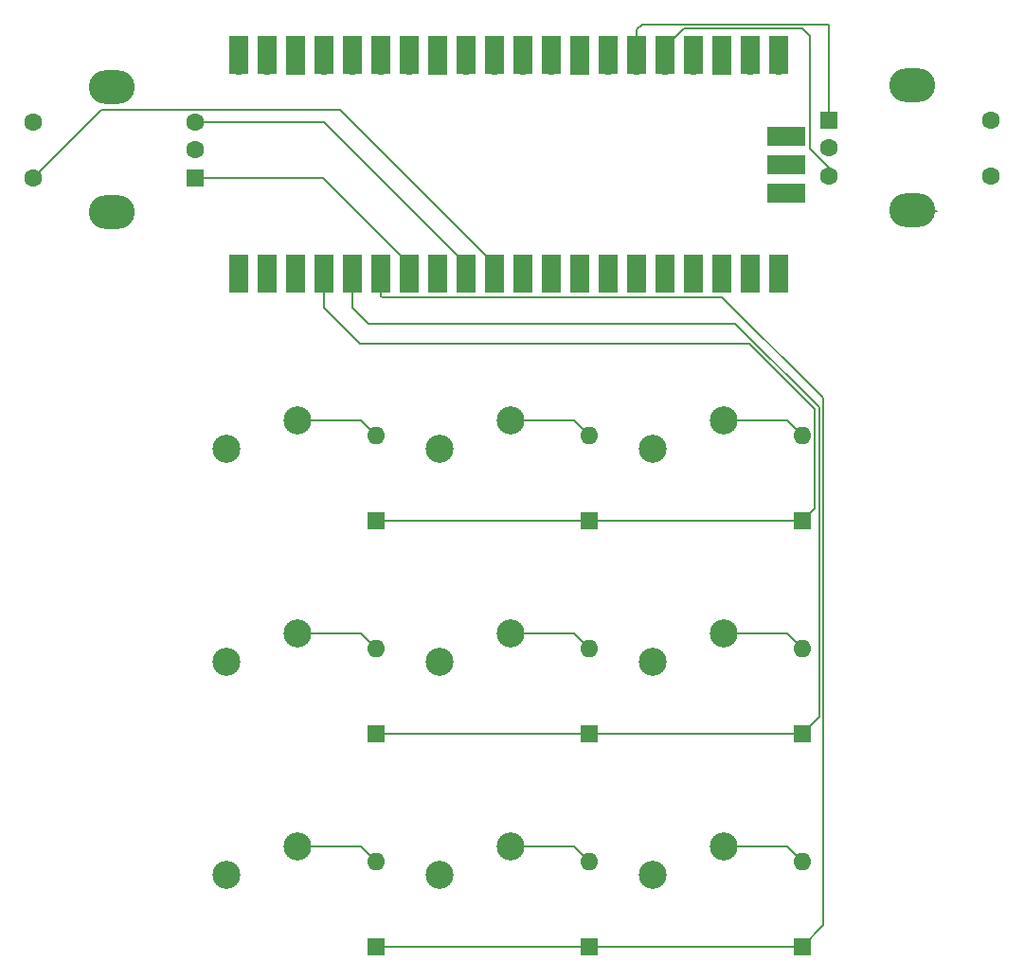
<source format=gbr>
%TF.GenerationSoftware,KiCad,Pcbnew,8.0.5*%
%TF.CreationDate,2024-11-06T13:26:22-05:00*%
%TF.ProjectId,MacroPad,4d616372-6f50-4616-942e-6b696361645f,rev?*%
%TF.SameCoordinates,Original*%
%TF.FileFunction,Copper,L1,Top*%
%TF.FilePolarity,Positive*%
%FSLAX46Y46*%
G04 Gerber Fmt 4.6, Leading zero omitted, Abs format (unit mm)*
G04 Created by KiCad (PCBNEW 8.0.5) date 2024-11-06 13:26:22*
%MOMM*%
%LPD*%
G01*
G04 APERTURE LIST*
G04 Aperture macros list*
%AMRoundRect*
0 Rectangle with rounded corners*
0 $1 Rounding radius*
0 $2 $3 $4 $5 $6 $7 $8 $9 X,Y pos of 4 corners*
0 Add a 4 corners polygon primitive as box body*
4,1,4,$2,$3,$4,$5,$6,$7,$8,$9,$2,$3,0*
0 Add four circle primitives for the rounded corners*
1,1,$1+$1,$2,$3*
1,1,$1+$1,$4,$5*
1,1,$1+$1,$6,$7*
1,1,$1+$1,$8,$9*
0 Add four rect primitives between the rounded corners*
20,1,$1+$1,$2,$3,$4,$5,0*
20,1,$1+$1,$4,$5,$6,$7,0*
20,1,$1+$1,$6,$7,$8,$9,0*
20,1,$1+$1,$8,$9,$2,$3,0*%
G04 Aperture macros list end*
%TA.AperFunction,ComponentPad*%
%ADD10C,2.500000*%
%TD*%
%TA.AperFunction,ComponentPad*%
%ADD11RoundRect,0.250000X0.550000X0.550000X-0.550000X0.550000X-0.550000X-0.550000X0.550000X-0.550000X0*%
%TD*%
%TA.AperFunction,ComponentPad*%
%ADD12C,1.600000*%
%TD*%
%TA.AperFunction,ComponentPad*%
%ADD13O,4.100000X3.000000*%
%TD*%
%TA.AperFunction,ComponentPad*%
%ADD14O,1.700000X1.700000*%
%TD*%
%TA.AperFunction,SMDPad,CuDef*%
%ADD15R,1.700000X3.500000*%
%TD*%
%TA.AperFunction,ComponentPad*%
%ADD16R,1.700000X1.700000*%
%TD*%
%TA.AperFunction,SMDPad,CuDef*%
%ADD17R,3.500000X1.700000*%
%TD*%
%TA.AperFunction,ComponentPad*%
%ADD18RoundRect,0.250000X-0.550000X-0.550000X0.550000X-0.550000X0.550000X0.550000X-0.550000X0.550000X0*%
%TD*%
%TA.AperFunction,ComponentPad*%
%ADD19R,1.600000X1.600000*%
%TD*%
%TA.AperFunction,ComponentPad*%
%ADD20O,1.600000X1.600000*%
%TD*%
%TA.AperFunction,Conductor*%
%ADD21C,0.200000*%
%TD*%
G04 APERTURE END LIST*
D10*
%TO.P,S7,1,1*%
%TO.N,Column 0*%
X109385000Y-109985000D03*
%TO.P,S7,2,2*%
%TO.N,Net-(D7-A)*%
X115735000Y-107445000D03*
%TD*%
%TO.P,S1,1,1*%
%TO.N,Column 0*%
X109385000Y-71885000D03*
%TO.P,S1,2,2*%
%TO.N,Net-(D1-A)*%
X115735000Y-69345000D03*
%TD*%
%TO.P,S6,1,1*%
%TO.N,Column 2*%
X147485000Y-90935000D03*
%TO.P,S6,2,2*%
%TO.N,Net-(D6-A)*%
X153835000Y-88395000D03*
%TD*%
%TO.P,S5,1,1*%
%TO.N,Column 1*%
X128435000Y-90935000D03*
%TO.P,S5,2,2*%
%TO.N,Net-(D5-A)*%
X134785000Y-88395000D03*
%TD*%
%TO.P,S2,1,1*%
%TO.N,Column 1*%
X128435000Y-71885000D03*
%TO.P,S2,2,2*%
%TO.N,Net-(D2-A)*%
X134785000Y-69345000D03*
%TD*%
D11*
%TO.P,SW2,A,A*%
%TO.N,Encoder_Left_1*%
X106601250Y-47656250D03*
D12*
%TO.P,SW2,B,B*%
%TO.N,Encoder_Left_2*%
X106601250Y-42656250D03*
%TO.P,SW2,C,C*%
%TO.N,GND*%
X106601250Y-45156250D03*
%TO.P,SW2,S1,S1*%
%TO.N,Encoder_Left_3*%
X92101250Y-47656250D03*
%TO.P,SW2,S2,S2*%
%TO.N,GND*%
X92101250Y-42656250D03*
D13*
%TO.P,SW2,SH*%
%TO.N,N/C*%
X99101250Y-50756250D03*
X99101250Y-39556250D03*
%TD*%
D10*
%TO.P,S9,1,1*%
%TO.N,Column 2*%
X147485000Y-109985000D03*
%TO.P,S9,2,2*%
%TO.N,Net-(D9-A)*%
X153835000Y-107445000D03*
%TD*%
%TO.P,S4,1,1*%
%TO.N,Column 0*%
X109385000Y-90935000D03*
%TO.P,S4,2,2*%
%TO.N,Net-(D4-A)*%
X115735000Y-88395000D03*
%TD*%
D14*
%TO.P,U1,1,GPIO0*%
%TO.N,Column 0*%
X110496250Y-55375000D03*
D15*
X110496250Y-56275000D03*
D14*
%TO.P,U1,2,GPIO1*%
%TO.N,Column 1*%
X113036250Y-55375000D03*
D15*
X113036250Y-56275000D03*
D16*
%TO.P,U1,3,GND*%
%TO.N,Column 2*%
X115576250Y-55375000D03*
D15*
X115576250Y-56275000D03*
D14*
%TO.P,U1,4,GPIO2*%
%TO.N,Row 0*%
X118116250Y-55375000D03*
D15*
X118116250Y-56275000D03*
D14*
%TO.P,U1,5,GPIO3*%
%TO.N,Row 1*%
X120656250Y-55375000D03*
D15*
X120656250Y-56275000D03*
D14*
%TO.P,U1,6,GPIO4*%
%TO.N,Row 2*%
X123196250Y-55375000D03*
D15*
X123196250Y-56275000D03*
D14*
%TO.P,U1,7,GPIO5*%
%TO.N,Encoder_Left_1*%
X125736250Y-55375000D03*
D15*
X125736250Y-56275000D03*
D16*
%TO.P,U1,8,GND*%
%TO.N,GND*%
X128276250Y-55375000D03*
D15*
X128276250Y-56275000D03*
D14*
%TO.P,U1,9,GPIO6*%
%TO.N,Encoder_Left_2*%
X130816250Y-55375000D03*
D15*
X130816250Y-56275000D03*
D14*
%TO.P,U1,10,GPIO7*%
%TO.N,Encoder_Left_3*%
X133356250Y-55375000D03*
D15*
X133356250Y-56275000D03*
D14*
%TO.P,U1,11,GPIO8*%
%TO.N,unconnected-(U1-GPIO8-Pad11)*%
X135896250Y-55375000D03*
D15*
X135896250Y-56275000D03*
D14*
%TO.P,U1,12,GPIO9*%
%TO.N,unconnected-(U1-GPIO9-Pad12)*%
X138436250Y-55375000D03*
D15*
X138436250Y-56275000D03*
D16*
%TO.P,U1,13,GND*%
%TO.N,unconnected-(U1-GND-Pad13)*%
X140976250Y-55375000D03*
D15*
X140976250Y-56275000D03*
D14*
%TO.P,U1,14,GPIO10*%
%TO.N,unconnected-(U1-GPIO10-Pad14)*%
X143516250Y-55375000D03*
D15*
X143516250Y-56275000D03*
D14*
%TO.P,U1,15,GPIO11*%
%TO.N,unconnected-(U1-GPIO11-Pad15)*%
X146056250Y-55375000D03*
D15*
X146056250Y-56275000D03*
D14*
%TO.P,U1,16,GPIO12*%
%TO.N,unconnected-(U1-GPIO12-Pad16)*%
X148596250Y-55375000D03*
D15*
X148596250Y-56275000D03*
D14*
%TO.P,U1,17,GPIO13*%
%TO.N,unconnected-(U1-GPIO13-Pad17)*%
X151136250Y-55375000D03*
D15*
X151136250Y-56275000D03*
D16*
%TO.P,U1,18,GND*%
%TO.N,unconnected-(U1-GND-Pad18)*%
X153676250Y-55375000D03*
D15*
X153676250Y-56275000D03*
D14*
%TO.P,U1,19,GPIO14*%
%TO.N,unconnected-(U1-GPIO14-Pad19)*%
X156216250Y-55375000D03*
D15*
X156216250Y-56275000D03*
D14*
%TO.P,U1,20,GPIO15*%
%TO.N,unconnected-(U1-GPIO15-Pad20)*%
X158756250Y-55375000D03*
D15*
X158756250Y-56275000D03*
D14*
%TO.P,U1,21,GPIO16*%
%TO.N,unconnected-(U1-GPIO16-Pad21)*%
X158756250Y-37595000D03*
D15*
X158756250Y-36695000D03*
D14*
%TO.P,U1,22,GPIO17*%
%TO.N,unconnected-(U1-GPIO17-Pad22)*%
X156216250Y-37595000D03*
D15*
X156216250Y-36695000D03*
D16*
%TO.P,U1,23,GND*%
%TO.N,GND*%
X153676250Y-37595000D03*
D15*
X153676250Y-36695000D03*
D14*
%TO.P,U1,24,GPIO18*%
%TO.N,Encoder_Right_3*%
X151136250Y-37595000D03*
D15*
X151136250Y-36695000D03*
D14*
%TO.P,U1,25,GPIO19*%
%TO.N,Encoder_Right_2*%
X148596250Y-37595000D03*
D15*
X148596250Y-36695000D03*
D14*
%TO.P,U1,26,GPIO20*%
%TO.N,Encoder_Right_1*%
X146056250Y-37595000D03*
D15*
X146056250Y-36695000D03*
D14*
%TO.P,U1,27,GPIO21*%
%TO.N,unconnected-(U1-GPIO21-Pad27)*%
X143516250Y-37595000D03*
D15*
X143516250Y-36695000D03*
D16*
%TO.P,U1,28,GND*%
%TO.N,unconnected-(U1-GND-Pad28)*%
X140976250Y-37595000D03*
D15*
X140976250Y-36695000D03*
D14*
%TO.P,U1,29,GPIO22*%
%TO.N,unconnected-(U1-GPIO22-Pad29)*%
X138436250Y-37595000D03*
D15*
X138436250Y-36695000D03*
D14*
%TO.P,U1,30,RUN*%
%TO.N,unconnected-(U1-RUN-Pad30)*%
X135896250Y-37595000D03*
D15*
X135896250Y-36695000D03*
D14*
%TO.P,U1,31,GPIO26_ADC0*%
%TO.N,unconnected-(U1-GPIO26_ADC0-Pad31)*%
X133356250Y-37595000D03*
D15*
X133356250Y-36695000D03*
D14*
%TO.P,U1,32,GPIO27_ADC1*%
%TO.N,unconnected-(U1-GPIO27_ADC1-Pad32)*%
X130816250Y-37595000D03*
D15*
X130816250Y-36695000D03*
D16*
%TO.P,U1,33,AGND*%
%TO.N,unconnected-(U1-AGND-Pad33)*%
X128276250Y-37595000D03*
D15*
X128276250Y-36695000D03*
D14*
%TO.P,U1,34,GPIO28_ADC2*%
%TO.N,unconnected-(U1-GPIO28_ADC2-Pad34)*%
X125736250Y-37595000D03*
D15*
X125736250Y-36695000D03*
D14*
%TO.P,U1,35,ADC_VREF*%
%TO.N,unconnected-(U1-ADC_VREF-Pad35)*%
X123196250Y-37595000D03*
D15*
X123196250Y-36695000D03*
D14*
%TO.P,U1,36,3V3*%
%TO.N,unconnected-(U1-3V3-Pad36)*%
X120656250Y-37595000D03*
D15*
X120656250Y-36695000D03*
D14*
%TO.P,U1,37,3V3_EN*%
%TO.N,unconnected-(U1-3V3_EN-Pad37)*%
X118116250Y-37595000D03*
D15*
X118116250Y-36695000D03*
D16*
%TO.P,U1,38,GND*%
%TO.N,unconnected-(U1-GND-Pad38)*%
X115576250Y-37595000D03*
D15*
X115576250Y-36695000D03*
D14*
%TO.P,U1,39,VSYS*%
%TO.N,unconnected-(U1-VSYS-Pad39)*%
X113036250Y-37595000D03*
D15*
X113036250Y-36695000D03*
D14*
%TO.P,U1,40,VBUS*%
%TO.N,unconnected-(U1-VBUS-Pad40)*%
X110496250Y-37595000D03*
D15*
X110496250Y-36695000D03*
D14*
%TO.P,U1,41,SWCLK*%
%TO.N,unconnected-(U1-SWCLK-Pad41)*%
X158526250Y-49025000D03*
D17*
X159426250Y-49025000D03*
D16*
%TO.P,U1,42,GND*%
%TO.N,unconnected-(U1-GND-Pad42)*%
X158526250Y-46485000D03*
D17*
X159426250Y-46485000D03*
D14*
%TO.P,U1,43,SWDIO*%
%TO.N,unconnected-(U1-SWDIO-Pad43)*%
X158526250Y-43945000D03*
D17*
X159426250Y-43945000D03*
%TD*%
D10*
%TO.P,S3,1,1*%
%TO.N,Column 2*%
X147485000Y-71885000D03*
%TO.P,S3,2,2*%
%TO.N,Net-(D3-A)*%
X153835000Y-69345000D03*
%TD*%
%TO.P,S8,1,1*%
%TO.N,Column 1*%
X128435000Y-109985000D03*
%TO.P,S8,2,2*%
%TO.N,Net-(D8-A)*%
X134785000Y-107445000D03*
%TD*%
D18*
%TO.P,SW1,A,A*%
%TO.N,Encoder_Right_1*%
X163178750Y-42506250D03*
D12*
%TO.P,SW1,B,B*%
%TO.N,Encoder_Right_2*%
X163178750Y-47506250D03*
%TO.P,SW1,C,C*%
%TO.N,GND*%
X163178750Y-45006250D03*
%TO.P,SW1,S1,S1*%
%TO.N,Encoder_Right_3*%
X177678750Y-42506250D03*
%TO.P,SW1,S2,S2*%
%TO.N,GND*%
X177678750Y-47506250D03*
D13*
%TO.P,SW1,SH*%
%TO.N,N/C*%
X170678750Y-39406250D03*
X170678750Y-50606250D03*
%TD*%
D19*
%TO.P,D1,1,K*%
%TO.N,Row 0*%
X122720000Y-78332500D03*
D20*
%TO.P,D1,2,A*%
%TO.N,Net-(D1-A)*%
X122720000Y-70712500D03*
%TD*%
D19*
%TO.P,D4,1,K*%
%TO.N,Row 1*%
X122720000Y-97382500D03*
D20*
%TO.P,D4,2,A*%
%TO.N,Net-(D4-A)*%
X122720000Y-89762500D03*
%TD*%
D19*
%TO.P,D3,1,K*%
%TO.N,Row 0*%
X160820000Y-78332500D03*
D20*
%TO.P,D3,2,A*%
%TO.N,Net-(D3-A)*%
X160820000Y-70712500D03*
%TD*%
D19*
%TO.P,D2,1,K*%
%TO.N,Row 0*%
X141770000Y-78332500D03*
D20*
%TO.P,D2,2,A*%
%TO.N,Net-(D2-A)*%
X141770000Y-70712500D03*
%TD*%
D19*
%TO.P,D6,1,K*%
%TO.N,Row 1*%
X160820000Y-97382500D03*
D20*
%TO.P,D6,2,A*%
%TO.N,Net-(D6-A)*%
X160820000Y-89762500D03*
%TD*%
D19*
%TO.P,D9,1,K*%
%TO.N,Row 2*%
X160820000Y-116432500D03*
D20*
%TO.P,D9,2,A*%
%TO.N,Net-(D9-A)*%
X160820000Y-108812500D03*
%TD*%
D19*
%TO.P,D8,1,K*%
%TO.N,Row 2*%
X141770000Y-116432500D03*
D20*
%TO.P,D8,2,A*%
%TO.N,Net-(D8-A)*%
X141770000Y-108812500D03*
%TD*%
D19*
%TO.P,D5,1,K*%
%TO.N,Row 1*%
X141770000Y-97382500D03*
D20*
%TO.P,D5,2,A*%
%TO.N,Net-(D5-A)*%
X141770000Y-89762500D03*
%TD*%
D19*
%TO.P,D7,1,K*%
%TO.N,Row 2*%
X122720000Y-116432500D03*
D20*
%TO.P,D7,2,A*%
%TO.N,Net-(D7-A)*%
X122720000Y-108812500D03*
%TD*%
D21*
%TO.N,Row 0*%
X118116250Y-59316250D02*
X118116250Y-57756250D01*
X122720000Y-78332500D02*
X141770000Y-78332500D01*
X156057500Y-62518750D02*
X121318750Y-62518750D01*
X161920000Y-77232500D02*
X161920000Y-68381250D01*
X141770000Y-78332500D02*
X160820000Y-78332500D01*
X161920000Y-68381250D02*
X156057500Y-62518750D01*
X121318750Y-62518750D02*
X118116250Y-59316250D01*
X160820000Y-78332500D02*
X161920000Y-77232500D01*
%TO.N,Net-(D1-A)*%
X115735000Y-69345000D02*
X121352500Y-69345000D01*
X121352500Y-69345000D02*
X122720000Y-70712500D01*
%TO.N,Net-(D2-A)*%
X134785000Y-69345000D02*
X140402500Y-69345000D01*
X140402500Y-69345000D02*
X141770000Y-70712500D01*
%TO.N,Net-(D3-A)*%
X159452500Y-69345000D02*
X160820000Y-70712500D01*
X153835000Y-69345000D02*
X159452500Y-69345000D01*
%TO.N,Net-(D4-A)*%
X115735000Y-88395000D02*
X121352500Y-88395000D01*
X121352500Y-88395000D02*
X122720000Y-89762500D01*
%TO.N,Row 1*%
X122720000Y-97382500D02*
X160820000Y-97382500D01*
X154810686Y-60706250D02*
X122046250Y-60706250D01*
X122046250Y-60706250D02*
X120656250Y-59316250D01*
X160820000Y-97382500D02*
X162320000Y-95882500D01*
X162320000Y-95882500D02*
X162320000Y-68215564D01*
X120656250Y-59316250D02*
X120656250Y-57756250D01*
X162320000Y-68215564D02*
X154810686Y-60706250D01*
%TO.N,Net-(D5-A)*%
X140402500Y-88395000D02*
X141770000Y-89762500D01*
X134785000Y-88395000D02*
X140402500Y-88395000D01*
%TO.N,Net-(D6-A)*%
X153835000Y-88395000D02*
X159452500Y-88395000D01*
X159452500Y-88395000D02*
X160820000Y-89762500D01*
%TO.N,Row 2*%
X162720000Y-114532500D02*
X162720000Y-67368750D01*
X122720000Y-116432500D02*
X160820000Y-116432500D01*
X153676250Y-58325000D02*
X123288750Y-58325000D01*
X160820000Y-116432500D02*
X162720000Y-114532500D01*
X162720000Y-67368750D02*
X153676250Y-58325000D01*
X123288750Y-58325000D02*
X123196250Y-58232500D01*
X123196250Y-58232500D02*
X123196250Y-55375000D01*
%TO.N,Net-(D7-A)*%
X115735000Y-107445000D02*
X121352500Y-107445000D01*
X121352500Y-107445000D02*
X122720000Y-108812500D01*
%TO.N,Net-(D8-A)*%
X140402500Y-107445000D02*
X141770000Y-108812500D01*
X134785000Y-107445000D02*
X140402500Y-107445000D01*
%TO.N,Net-(D9-A)*%
X153835000Y-107445000D02*
X159452500Y-107445000D01*
X159452500Y-107445000D02*
X160820000Y-108812500D01*
%TO.N,Column 2*%
X147326250Y-110143750D02*
X146532500Y-110143750D01*
%TO.N,Encoder_Left_1*%
X106601250Y-47656250D02*
X118017500Y-47656250D01*
X118017500Y-47656250D02*
X125736250Y-55375000D01*
%TO.N,Encoder_Left_3*%
X98201250Y-41556250D02*
X119537500Y-41556250D01*
X119537500Y-41556250D02*
X133356250Y-55375000D01*
X92101250Y-47656250D02*
X98201250Y-41556250D01*
%TO.N,Encoder_Left_2*%
X118097500Y-42656250D02*
X130816250Y-55375000D01*
X106601250Y-42656250D02*
X118097500Y-42656250D01*
%TO.N,Encoder_Right_1*%
X146532500Y-33943750D02*
X146056250Y-34420000D01*
X163178750Y-42506250D02*
X163178750Y-33966250D01*
X146056250Y-34420000D02*
X146056250Y-37595000D01*
X163178750Y-33966250D02*
X163201250Y-33943750D01*
X163201250Y-33943750D02*
X146532500Y-33943750D01*
%TO.N,Encoder_Right_2*%
X160820000Y-34343750D02*
X150287500Y-34343750D01*
X150287500Y-34343750D02*
X148596250Y-36035000D01*
X163178750Y-46797500D02*
X161476250Y-45095000D01*
X161476250Y-45095000D02*
X161476250Y-35000000D01*
X148596250Y-36035000D02*
X148596250Y-37595000D01*
X163178750Y-47506250D02*
X163178750Y-46797500D01*
X161476250Y-35000000D02*
X160820000Y-34343750D01*
%TO.N,GND*%
X172874416Y-50612500D02*
X172632500Y-50612500D01*
%TD*%
M02*

</source>
